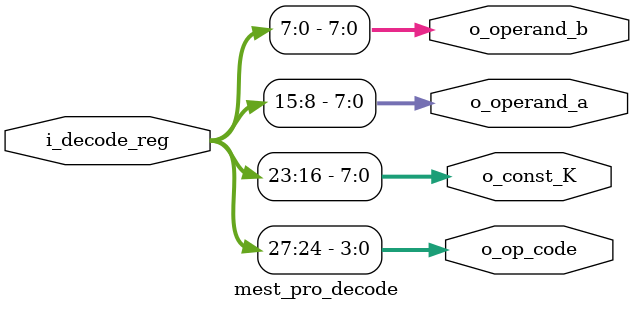
<source format=sv>
module mest_pro_decode
(
    input [28-1 :0] i_decode_reg,
// Decode stage
    output [4-1 :0] o_op_code,
    output [8-1 :0] o_const_K,
    output [8-1 :0] o_operand_a,
    output [8-1 :0] o_operand_b
);



// Decode Stage
assign o_op_code       = i_decode_reg[28-1    : 24];
assign o_const_K       = i_decode_reg[23      : 16];
assign o_operand_a     = i_decode_reg[15      :  8];
assign o_operand_b     = i_decode_reg[7       :  0];

endmodule
</source>
